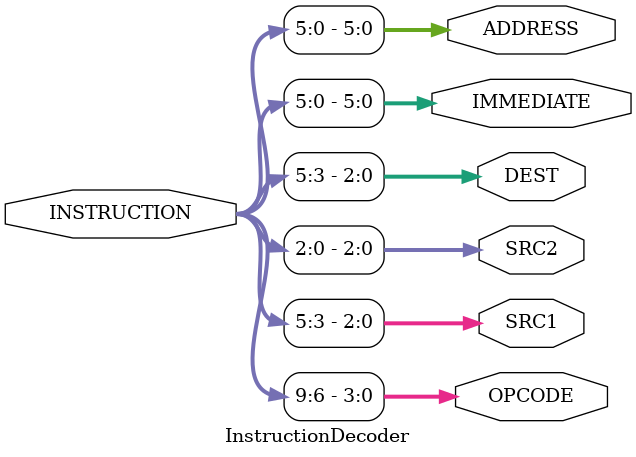
<source format=v>
`timescale 1ns / 1ps


module InstructionDecoder(
    input [9:0] INSTRUCTION,
    output [3:0] OPCODE,
    output [2:0] SRC1, SRC2, DEST,
    output [5:0] IMMEDIATE, ADDRESS
);
    assign OPCODE = INSTRUCTION[9:6];
    assign SRC1   = INSTRUCTION[5:3];
    assign SRC2   = INSTRUCTION[2:0];
    assign DEST   = INSTRUCTION[5:3]; // For R-Type instructions
    assign IMMEDIATE = INSTRUCTION[5:0];
    assign ADDRESS   = INSTRUCTION[5:0];
endmodule

</source>
